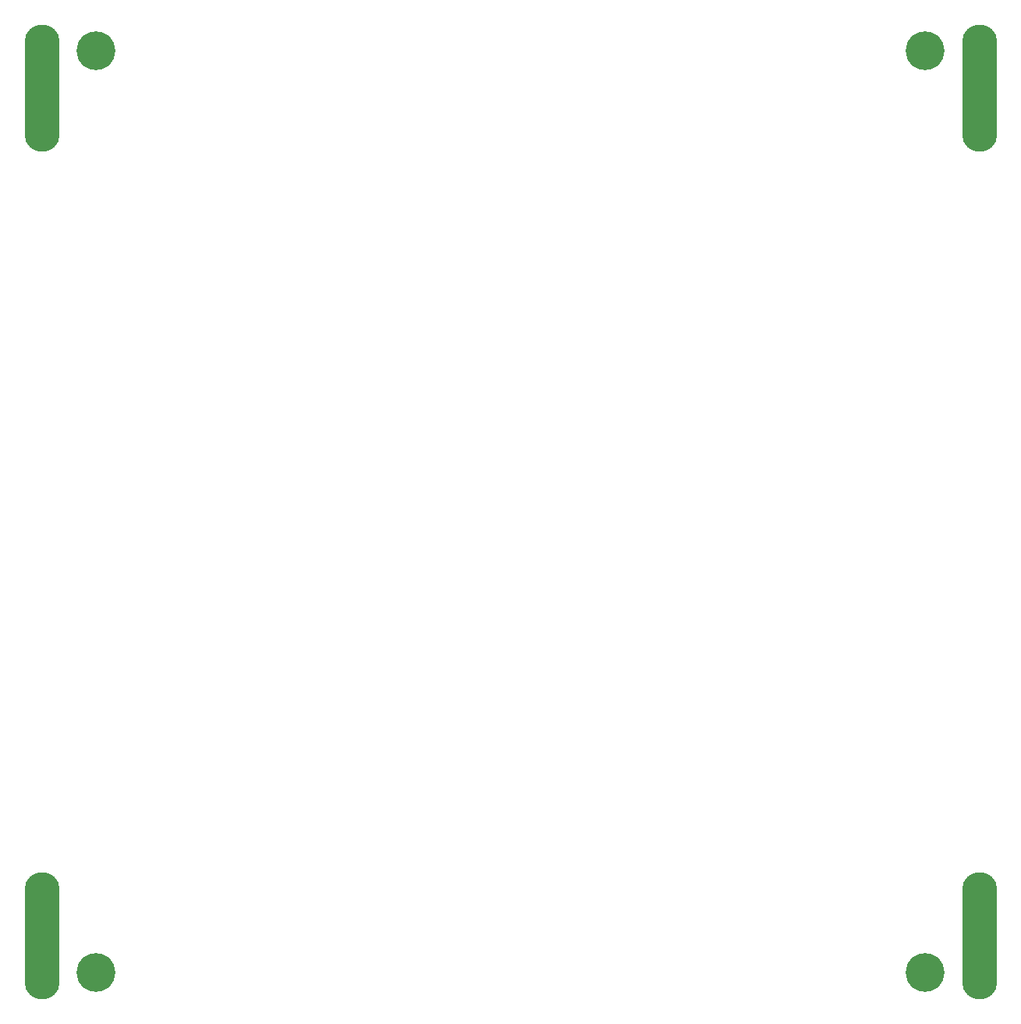
<source format=gts>
G04*
G04 #@! TF.GenerationSoftware,Altium Limited,Altium Designer,25.8.1 (18)*
G04*
G04 Layer_Color=8388736*
%FSLAX44Y44*%
%MOMM*%
G71*
G04*
G04 #@! TF.SameCoordinates,4FFDB260-A846-4069-A827-DA597DF3DEC8*
G04*
G04*
G04 #@! TF.FilePolarity,Negative*
G04*
G01*
G75*
%ADD10O,3.8032X13.8032*%
%ADD11C,4.2032*%
D10*
X-509000Y-460000D02*
D03*
X509000D02*
D03*
Y460000D02*
D03*
X-509000D02*
D03*
D11*
X-450000Y-500000D02*
D03*
X450000D02*
D03*
Y500000D02*
D03*
X-450000D02*
D03*
M02*

</source>
